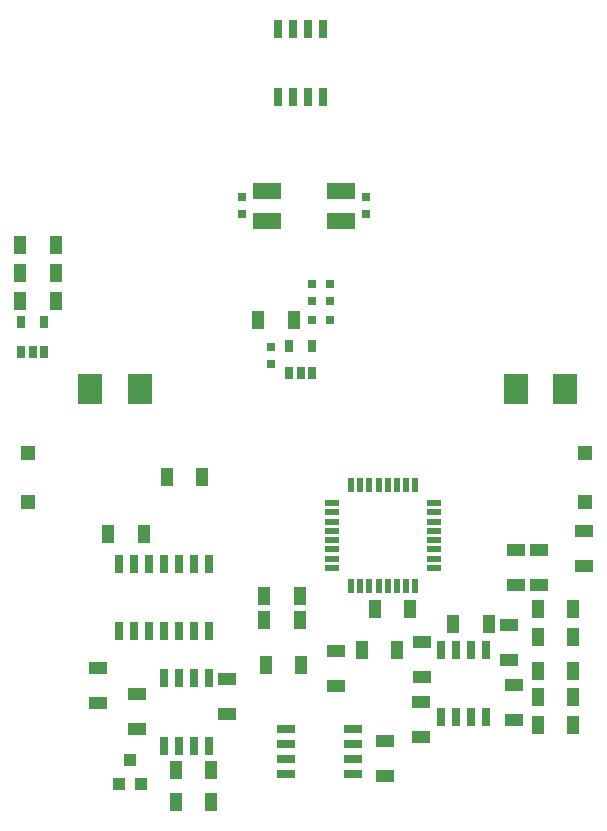
<source format=gbp>
G75*
G70*
%OFA0B0*%
%FSLAX24Y24*%
%IPPOS*%
%LPD*%
%AMOC8*
5,1,8,0,0,1.08239X$1,22.5*
%
%ADD10R,0.0394X0.0630*%
%ADD11R,0.0220X0.0500*%
%ADD12R,0.0500X0.0220*%
%ADD13R,0.0630X0.0394*%
%ADD14R,0.0256X0.0630*%
%ADD15R,0.0394X0.0394*%
%ADD16R,0.0630X0.0256*%
%ADD17R,0.0787X0.0984*%
%ADD18R,0.0276X0.0433*%
%ADD19R,0.0315X0.0630*%
%ADD20R,0.0315X0.0315*%
%ADD21R,0.0945X0.0551*%
%ADD22R,0.0500X0.0500*%
D10*
X006913Y003004D03*
X006913Y004067D03*
X008094Y004067D03*
X008094Y003004D03*
X009913Y007567D03*
X009851Y009067D03*
X009851Y009879D03*
X011032Y009879D03*
X011032Y009067D03*
X011094Y007567D03*
X013101Y008067D03*
X014282Y008067D03*
X014720Y009441D03*
X013539Y009441D03*
X016163Y008941D03*
X017344Y008941D03*
X018976Y008504D03*
X018976Y009441D03*
X020157Y009441D03*
X020157Y008504D03*
X020157Y007379D03*
X020157Y006504D03*
X020157Y005567D03*
X018976Y005567D03*
X018976Y006504D03*
X018976Y007379D03*
X010844Y019067D03*
X009663Y019067D03*
X007782Y013817D03*
X006601Y013817D03*
X005844Y011941D03*
X004663Y011941D03*
X002907Y019691D03*
X002907Y020629D03*
X002907Y021567D03*
X001726Y021567D03*
X001726Y020629D03*
X001726Y019691D03*
D11*
X012737Y013569D03*
X013046Y013569D03*
X013357Y013569D03*
X013667Y013569D03*
X013967Y013569D03*
X014276Y013569D03*
X014587Y013569D03*
X014896Y013569D03*
X014896Y010189D03*
X014587Y010189D03*
X014276Y010189D03*
X013967Y010189D03*
X013667Y010189D03*
X013357Y010189D03*
X013046Y010189D03*
X012737Y010189D03*
D12*
X012126Y010799D03*
X012126Y011109D03*
X012126Y011419D03*
X012126Y011729D03*
X012126Y012029D03*
X012126Y012339D03*
X012126Y012649D03*
X012126Y012959D03*
X015507Y012959D03*
X015507Y012649D03*
X015507Y012339D03*
X015507Y012029D03*
X015507Y011729D03*
X015507Y011419D03*
X015507Y011109D03*
X015507Y010799D03*
D13*
X004317Y006288D03*
X004317Y007469D03*
X005629Y006594D03*
X005629Y005413D03*
X008629Y005913D03*
X008629Y007094D03*
X012254Y006851D03*
X012254Y008032D03*
X013879Y005032D03*
X013879Y003851D03*
X015067Y005163D03*
X015067Y006344D03*
X015129Y007163D03*
X015129Y008344D03*
X018004Y008907D03*
X018004Y007726D03*
X018191Y006907D03*
X018191Y005726D03*
X018254Y010226D03*
X019004Y010226D03*
X019004Y011407D03*
X018254Y011407D03*
X020504Y010851D03*
X020504Y012032D03*
D14*
X017254Y008067D03*
X016754Y008067D03*
X016254Y008067D03*
X015754Y008067D03*
X015754Y005817D03*
X016254Y005817D03*
X016754Y005817D03*
X017254Y005817D03*
X008004Y004879D03*
X007504Y004879D03*
X007004Y004879D03*
X006504Y004879D03*
X006504Y007129D03*
X007004Y007129D03*
X007504Y007129D03*
X008004Y007129D03*
X008004Y008691D03*
X007504Y008691D03*
X007004Y008691D03*
X006504Y008691D03*
X006004Y008691D03*
X005504Y008691D03*
X005004Y008691D03*
X005004Y010941D03*
X005504Y010941D03*
X006004Y010941D03*
X006504Y010941D03*
X007004Y010941D03*
X007504Y010941D03*
X008004Y010941D03*
X010317Y026504D03*
X011317Y026504D03*
X011817Y026504D03*
X011817Y028754D03*
X011317Y028754D03*
X010817Y028754D03*
X010317Y028754D03*
D15*
X005379Y004398D03*
X005753Y003610D03*
X005005Y003610D03*
D16*
X010567Y003941D03*
X010567Y004441D03*
X010567Y004941D03*
X010567Y005441D03*
X012817Y005441D03*
X012817Y004941D03*
X012817Y004441D03*
X012817Y003941D03*
D17*
X018240Y016754D03*
X019893Y016754D03*
X005706Y016754D03*
X004052Y016754D03*
D18*
X002504Y018004D03*
X002130Y018004D03*
X001755Y018004D03*
X001754Y019004D03*
X002505Y019004D03*
X010693Y018207D03*
X011441Y018207D03*
X011441Y017301D03*
X011067Y017301D03*
X010693Y017301D03*
D19*
X010817Y026504D03*
D20*
X009129Y023174D03*
X009129Y022583D03*
X011459Y020254D03*
X011459Y019691D03*
X011459Y019067D03*
X012049Y019067D03*
X012049Y019691D03*
X012049Y020254D03*
X013254Y022583D03*
X013254Y023174D03*
X010067Y018174D03*
X010067Y017583D03*
D21*
X009941Y022379D03*
X009941Y023379D03*
X012422Y023379D03*
X012422Y022379D03*
D22*
X020530Y014643D03*
X020530Y012990D03*
X001977Y012990D03*
X001977Y014643D03*
M02*

</source>
